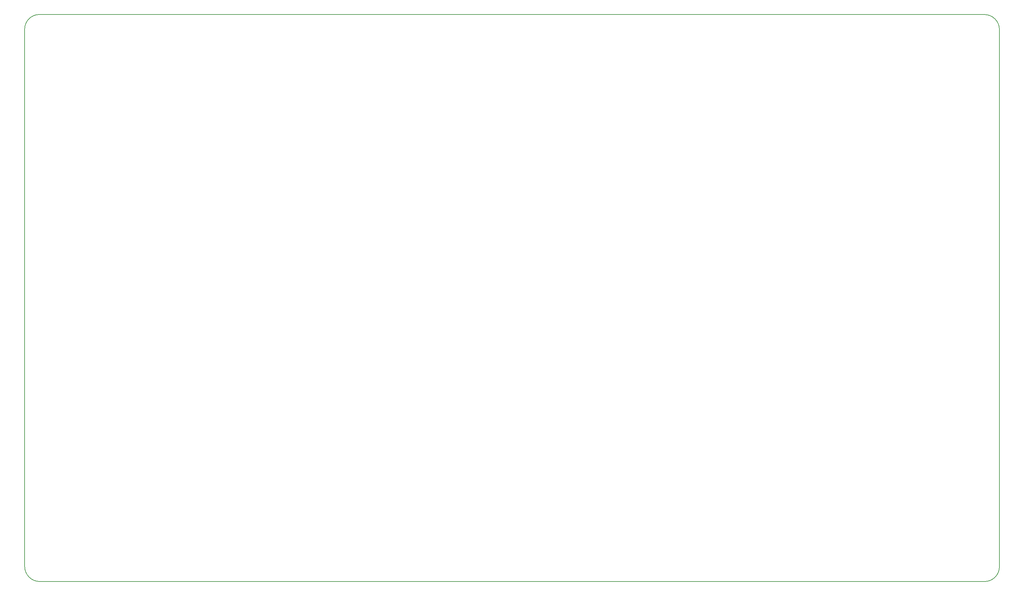
<source format=gbr>
G04 #@! TF.GenerationSoftware,KiCad,Pcbnew,(5.1.10)-1*
G04 #@! TF.CreationDate,2021-12-26T21:02:33-06:00*
G04 #@! TF.ProjectId,PowerBoard_2022_Rev1,506f7765-7242-46f6-9172-645f32303232,rev?*
G04 #@! TF.SameCoordinates,Original*
G04 #@! TF.FileFunction,Profile,NP*
%FSLAX46Y46*%
G04 Gerber Fmt 4.6, Leading zero omitted, Abs format (unit mm)*
G04 Created by KiCad (PCBNEW (5.1.10)-1) date 2021-12-26 21:02:33*
%MOMM*%
%LPD*%
G01*
G04 APERTURE LIST*
G04 #@! TA.AperFunction,Profile*
%ADD10C,0.150000*%
G04 #@! TD*
G04 APERTURE END LIST*
D10*
X612330500Y-25527000D02*
G75*
G02*
X616394500Y-29591000I0J-4064000D01*
G01*
X616394500Y-173926500D02*
G75*
G02*
X612394000Y-177927000I-4000500J0D01*
G01*
X354457000Y-173863000D02*
X354457000Y-173101000D01*
X358521000Y-177927000D02*
G75*
G02*
X354457000Y-173863000I0J4064000D01*
G01*
X354457000Y-29464000D02*
X354457000Y-173101000D01*
X354454952Y-29464000D02*
G75*
G02*
X358267000Y-25527000I3939048J0D01*
G01*
X362331000Y-25527000D02*
X358267000Y-25527000D01*
X612394000Y-177927000D02*
X358521000Y-177927000D01*
X616394500Y-29591000D02*
X616394500Y-173926500D01*
X362331000Y-25527000D02*
X612330500Y-25527000D01*
M02*

</source>
